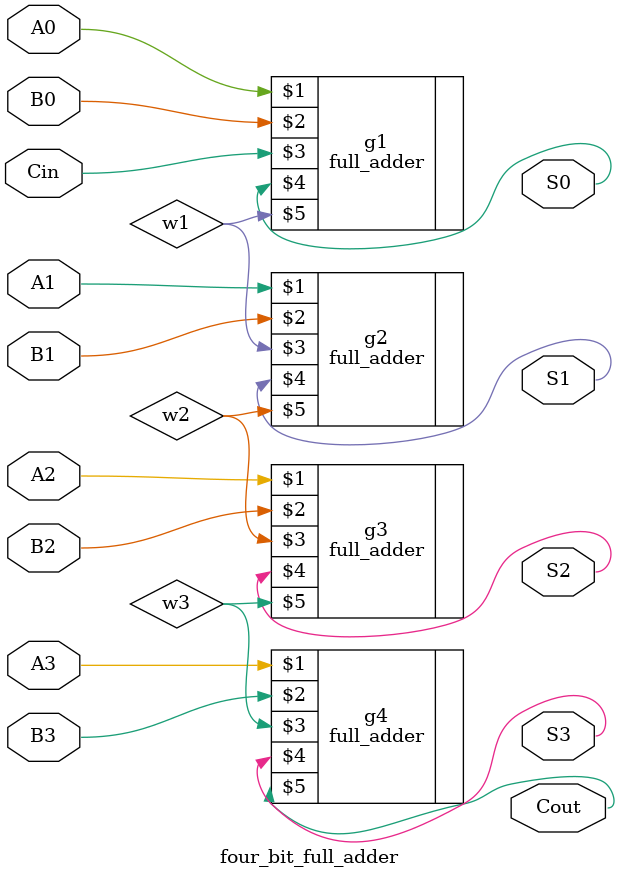
<source format=v>
`timescale 1ns / 1ps
module four_bit_full_adder(
    input A0,
    input A1,
    input A2,
    input A3,
    input B0,
    input B1,
    input B2,
    input B3,
    input Cin,
    output Cout,
    output S0,
    output S1,
    output S2,
    output S3
    );

wire w1,w2,w3;

full_adder g1(A0,B0,Cin,S0,w1);
full_adder g2(A1,B1,w1,S1,w2);
full_adder g3(A2,B2,w2,S2,w3);
full_adder g4(A3,B3,w3,S3,Cout);

endmodule

</source>
